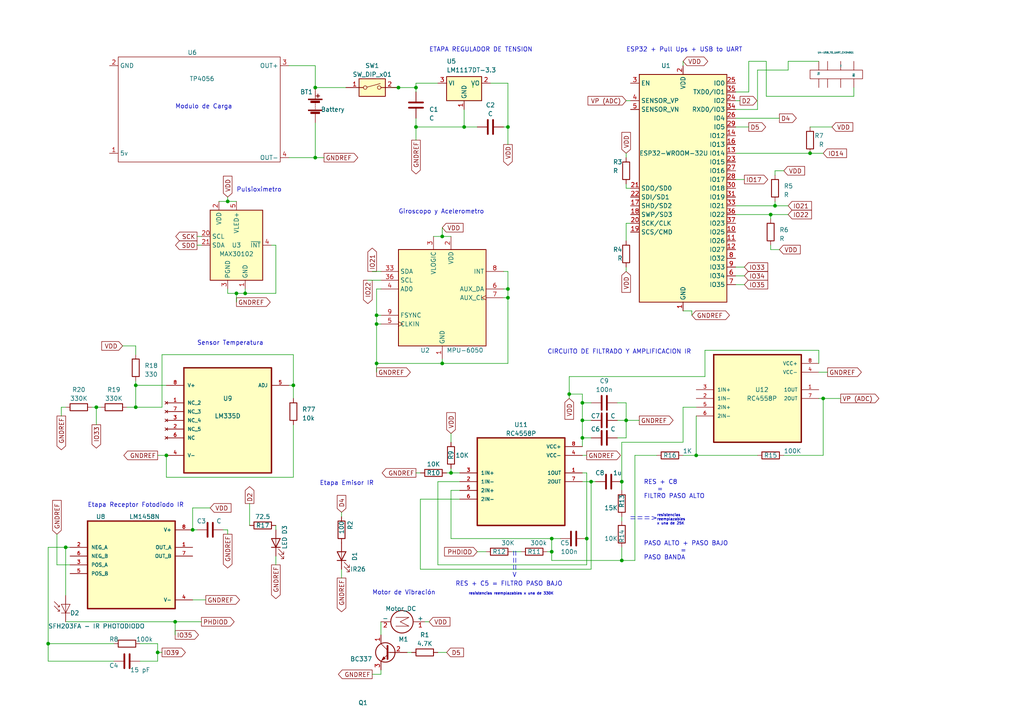
<source format=kicad_sch>
(kicad_sch (version 20230121) (generator eeschema)
  (paper "A4")
  (lib_symbols
    (symbol "Device:Battery" (pin_numbers hide) (pin_names (offset 0) hide)
      (property "Reference" "BT1" (at 0.381 6.35 90))
      (property "Value" "Battery" (at 3.81 3.81 90))
      (symbol "Battery_0_1"
        (rectangle (start -2.032 -1.397) (end 2.032 -1.651) (fill (type outline)))
        (rectangle (start -2.032 1.778) (end 2.032 1.524) (fill (type outline)))
        (rectangle (start -1.3208 -1.9812) (end 1.27 -2.4892) (fill (type outline)))
        (rectangle (start -1.3208 1.1938) (end 1.27 0.6858) (fill (type outline)))
        (polyline (pts (xy 0 -1.524) (xy 0 -1.27)))
        (polyline (pts (xy 0 -1.016) (xy 0 -0.762)))
        (polyline (pts (xy 0 -0.508) (xy 0 -0.254)))
        (polyline (pts (xy 0 0) (xy 0 0.254)))
        (polyline (pts (xy 0 0.508) (xy 0 0.762)))
        (polyline (pts (xy 0 1.778) (xy 0 2.54)))
        (polyline (pts (xy 0.254 2.667) (xy 1.27 2.667)) (stroke (width 0.254)))
        (polyline (pts (xy 0.762 3.175) (xy 0.762 2.159)) (stroke (width 0.254)))
      )
      (symbol "Battery_1_1"
        (pin passive line (at 0 5.08 270) (length 2.54) (name "+") (number "1"))
        (pin passive line (at 0 -5.08 90) (length 2.54) (name "-") (number "2"))
      )
    )
    (symbol "Device:C" (pin_numbers hide) (pin_names (offset 0.254))
      (property "Reference" "C" (at 0.635 2.54 0))
      (property "Value" "C" (at 0.635 -2.54 0))
      (symbol "C_0_1"
        (polyline (pts (xy -2.032 -0.762) (xy 2.032 -0.762)) (stroke (width 0.508)))
        (polyline (pts (xy -2.032 0.762) (xy 2.032 0.762)) (stroke (width 0.508)))
      )
      (symbol "C_1_1"
        (pin passive line (at 0 3.81 270) (length 2.794) (name "~") (number "1"))
        (pin passive line (at 0 -3.81 90) (length 2.794) (name "~") (number "2"))
      )
    )
    (symbol "Device:LED" (pin_numbers hide) (pin_names (offset 1.016) hide)
      (property "Reference" "D" (at 0 2.54 0))
      (property "Value" "LED" (at 0 -2.54 0))
      (symbol "LED_0_1"
        (polyline (pts (xy -1.27 -1.27) (xy -1.27 1.27)) (stroke (width 0.254)))
        (polyline (pts (xy -1.27 0) (xy 1.27 0)))
        (polyline (pts (xy 1.27 -1.27) (xy 1.27 1.27) (xy -1.27 0) (xy 1.27 -1.27)) (stroke (width 0.254)))
        (polyline (pts (xy -3.048 -0.762) (xy -4.572 -2.286) (xy -3.81 -2.286) (xy -4.572 -2.286) (xy -4.572 -1.524)))
        (polyline (pts (xy -1.778 -0.762) (xy -3.302 -2.286) (xy -2.54 -2.286) (xy -3.302 -2.286) (xy -3.302 -1.524)))
      )
      (symbol "LED_1_1"
        (pin passive line (at -3.81 0 0) (length 2.54) (name "K") (number "1"))
        (pin passive line (at 3.81 0 180) (length 2.54) (name "A") (number "2"))
      )
    )
    (symbol "Device:R" (pin_numbers hide) (pin_names (offset 0))
      (property "Reference" "R" (at 2.032 0 90))
      (property "Value" "R" (at 0 0 90))
      (symbol "R_0_1"
        (rectangle (start -1.016 -2.54) (end 1.016 2.54) (stroke (width 0.254)))
      )
      (symbol "R_1_1"
        (pin passive line (at 0 3.81 270) (length 1.27) (name "~") (number "1"))
        (pin passive line (at 0 -3.81 90) (length 1.27) (name "~") (number "2"))
      )
    )
    (symbol "LED:IR26-21C_L110_TR8" (pin_numbers hide) (pin_names (offset 1.016) hide)
      (property "Reference" "D" (at 0 2.54 0))
      (property "Value" "IR26-21C_L110_TR8" (at 0 -3.81 0))
      (symbol "IR26-21C_L110_TR8_0_1"
        (polyline (pts (xy -1.27 -1.27) (xy -1.27 1.27)) (stroke (width 0.254)))
        (polyline (pts (xy -1.27 0) (xy 1.27 0)))
        (polyline (pts (xy 1.27 -1.27) (xy 1.27 1.27) (xy -1.27 0) (xy 1.27 -1.27)) (stroke (width 0.254)))
        (polyline (pts (xy -3.048 -0.762) (xy -4.572 -2.286) (xy -3.81 -2.286) (xy -4.572 -2.286) (xy -4.572 -1.524)))
        (polyline (pts (xy -1.778 -0.762) (xy -3.302 -2.286) (xy -2.54 -2.286) (xy -3.302 -2.286) (xy -3.302 -1.524)))
      )
      (symbol "IR26-21C_L110_TR8_1_1"
        (pin passive line (at -3.81 0 0) (length 2.54) (name "K") (number "1"))
        (pin passive line (at 3.81 0 180) (length 2.54) (name "A") (number "2"))
      )
    )
    (symbol "LM1458:LM1458N" (pin_names (offset 1.016))
      (property "Reference" "U" (at -12.7 13.7 0))
      (property "Value" "LM1458N" (at -12.7 -16.7 0))
      (symbol "LM1458N_0_0"
        (rectangle (start -12.7 -12.7) (end 12.7 12.7) (stroke (width 0.41)) (fill (type background)))
        (pin output line (at 17.78 5.08 180) (length 5.08) (name "OUT_A") (number "1"))
        (pin input line (at -17.78 5.08 0) (length 5.08) (name "NEG_A") (number "2"))
        (pin input line (at -17.78 0 0) (length 5.08) (name "POS_A") (number "3"))
        (pin power_in line (at 17.78 -10.16 180) (length 5.08) (name "V-") (number "4"))
        (pin input line (at -17.78 -2.54 0) (length 5.08) (name "POS_B") (number "5"))
        (pin input line (at -17.78 2.54 0) (length 5.08) (name "NEG_B") (number "6"))
        (pin output line (at 17.78 2.54 180) (length 5.08) (name "OUT_B") (number "7"))
        (pin power_in line (at 17.78 10.16 180) (length 5.08) (name "V+") (number "8"))
      )
    )
    (symbol "LM335:LM335D" (pin_names (offset 1.016))
      (property "Reference" "U" (at -5.107 15.194 0))
      (property "Value" "LM335D" (at -4.9625 -22.3695 0))
      (symbol "LM335D_0_0"
        (rectangle (start -12.7 -17.78) (end 12.7 12.7) (stroke (width 0.4064)) (fill (type background)))
        (pin no_connect line (at -17.78 2.54 0) (length 5.08) (name "NC_2") (number "1"))
        (pin no_connect line (at -17.78 -5.08 0) (length 5.08) (name "NC_5") (number "2"))
        (pin no_connect line (at -17.78 -2.54 0) (length 5.08) (name "NC_4") (number "3"))
        (pin power_in line (at -17.78 -12.7 0) (length 5.08) (name "V-") (number "4"))
        (pin passive line (at 17.78 7.62 180) (length 5.08) (name "ADJ") (number "5"))
        (pin no_connect line (at -17.78 -7.62 0) (length 5.08) (name "NC") (number "6"))
        (pin no_connect line (at -17.78 0 0) (length 5.08) (name "NC_3") (number "7"))
        (pin power_in line (at -17.78 7.62 0) (length 5.08) (name "V+") (number "8"))
      )
    )
    (symbol "Motor:Motor_DC" (pin_names (offset 0))
      (property "Reference" "M" (at 2.54 2.54 0))
      (property "Value" "Motor_DC" (at 2.54 -5.08 0))
      (symbol "Motor_DC_0_0"
        (polyline (pts (xy -1.27 -3.302) (xy -1.27 0.508) (xy 0 -2.032) (xy 1.27 0.508) (xy 1.27 -3.302)))
      )
      (symbol "Motor_DC_0_1"
        (circle (center 0 -1.524) (radius 3.2512) (stroke (width 0.254)))
        (polyline (pts (xy 0 -7.62) (xy 0 -7.112)))
        (polyline (pts (xy 0 -4.7752) (xy 0 -5.1816)))
        (polyline (pts (xy 0 1.7272) (xy 0 2.0828)))
        (polyline (pts (xy 0 2.032) (xy 0 2.54)))
      )
      (symbol "Motor_DC_1_1"
        (pin passive line (at 0 5.08 270) (length 2.54) (name "+") (number "1"))
        (pin passive line (at 0 -7.62 90) (length 2.54) (name "-") (number "2"))
      )
    )
    (symbol "RC4558:RC4558P" (pin_names (offset 1.016))
      (property "Reference" "U" (at -12.7 13.7 0))
      (property "Value" "RC4558P" (at -12.7 -16.7 0))
      (symbol "RC4558P_0_0"
        (rectangle (start -12.7 -12.7) (end 12.7 12.7) (stroke (width 0.41)) (fill (type background)))
        (pin output line (at 17.78 2.54 180) (length 5.08) (name "1OUT") (number "1"))
        (pin input line (at -17.78 0 0) (length 5.08) (name "1IN-") (number "2"))
        (pin input line (at -17.78 2.54 0) (length 5.08) (name "1IN+") (number "3"))
        (pin power_in line (at 17.78 7.62 180) (length 5.08) (name "VCC-") (number "4"))
        (pin input line (at -17.78 -2.54 0) (length 5.08) (name "2IN+") (number "5"))
        (pin input line (at -17.78 -5.08 0) (length 5.08) (name "2IN-") (number "6"))
        (pin output line (at 17.78 0 180) (length 5.08) (name "2OUT") (number "7"))
        (pin power_in line (at 17.78 10.16 180) (length 5.08) (name "VCC+") (number "8"))
      )
    )
    (symbol "RF_Module:ESP32-WROOM-32U"
      (property "Reference" "U" (at -12.7 34.29 0))
      (property "Value" "ESP32-WROOM-32U" (at 1.27 34.29 0))
      (symbol "ESP32-WROOM-32U_0_1"
        (rectangle (start -12.7 33.02) (end 12.7 -33.02) (stroke (width 0.254)) (fill (type background)))
      )
      (symbol "ESP32-WROOM-32U_1_1"
        (pin power_in line (at 0 -35.56 90) (length 2.54) (name "GND") (number "1"))
        (pin bidirectional line (at 15.24 -12.7 180) (length 2.54) (name "IO25") (number "10"))
        (pin bidirectional line (at 15.24 -15.24 180) (length 2.54) (name "IO26") (number "11"))
        (pin bidirectional line (at 15.24 -17.78 180) (length 2.54) (name "IO27") (number "12"))
        (pin bidirectional line (at 15.24 10.16 180) (length 2.54) (name "IO14") (number "13"))
        (pin bidirectional line (at 15.24 15.24 180) (length 2.54) (name "IO12") (number "14"))
        (pin passive line (at 0 -35.56 90) (length 2.54) hide (name "GND") (number "15"))
        (pin bidirectional line (at 15.24 12.7 180) (length 2.54) (name "IO13") (number "16"))
        (pin bidirectional line (at -15.24 -5.08 0) (length 2.54) (name "SHD/SD2") (number "17"))
        (pin bidirectional line (at -15.24 -7.62 0) (length 2.54) (name "SWP/SD3") (number "18"))
        (pin bidirectional line (at -15.24 -12.7 0) (length 2.54) (name "SCS/CMD") (number "19"))
        (pin power_in line (at 0 35.56 270) (length 2.54) (name "VDD") (number "2"))
        (pin bidirectional line (at -15.24 -10.16 0) (length 2.54) (name "SCK/CLK") (number "20"))
        (pin bidirectional line (at -15.24 0 0) (length 2.54) (name "SDO/SD0") (number "21"))
        (pin bidirectional line (at -15.24 -2.54 0) (length 2.54) (name "SDI/SD1") (number "22"))
        (pin bidirectional line (at 15.24 7.62 180) (length 2.54) (name "IO15") (number "23"))
        (pin bidirectional line (at 15.24 25.4 180) (length 2.54) (name "IO2") (number "24"))
        (pin bidirectional line (at 15.24 30.48 180) (length 2.54) (name "IO0") (number "25"))
        (pin bidirectional line (at 15.24 20.32 180) (length 2.54) (name "IO4") (number "26"))
        (pin bidirectional line (at 15.24 5.08 180) (length 2.54) (name "IO16") (number "27"))
        (pin bidirectional line (at 15.24 2.54 180) (length 2.54) (name "IO17") (number "28"))
        (pin bidirectional line (at 15.24 17.78 180) (length 2.54) (name "IO5") (number "29"))
        (pin input line (at -15.24 30.48 0) (length 2.54) (name "EN") (number "3"))
        (pin bidirectional line (at 15.24 0 180) (length 2.54) (name "IO18") (number "30"))
        (pin bidirectional line (at 15.24 -2.54 180) (length 2.54) (name "IO19") (number "31"))
        (pin no_connect line (at -12.7 -27.94 0) (length 2.54) hide (name "NC") (number "32"))
        (pin bidirectional line (at 15.24 -5.08 180) (length 2.54) (name "IO21") (number "33"))
        (pin bidirectional line (at 15.24 22.86 180) (length 2.54) (name "RXD0/IO3") (number "34"))
        (pin bidirectional line (at 15.24 27.94 180) (length 2.54) (name "TXD0/IO1") (number "35"))
        (pin bidirectional line (at 15.24 -7.62 180) (length 2.54) (name "IO22") (number "36"))
        (pin bidirectional line (at 15.24 -10.16 180) (length 2.54) (name "IO23") (number "37"))
        (pin passive line (at 0 -35.56 90) (length 2.54) hide (name "GND") (number "38"))
        (pin passive line (at 0 -35.56 90) (length 2.54) hide (name "GND") (number "39"))
        (pin input line (at -15.24 25.4 0) (length 2.54) (name "SENSOR_VP") (number "4"))
        (pin input line (at -15.24 22.86 0) (length 2.54) (name "SENSOR_VN") (number "5"))
        (pin input line (at 15.24 -25.4 180) (length 2.54) (name "IO34") (number "6"))
        (pin input line (at 15.24 -27.94 180) (length 2.54) (name "IO35") (number "7"))
        (pin bidirectional line (at 15.24 -20.32 180) (length 2.54) (name "IO32") (number "8"))
        (pin bidirectional line (at 15.24 -22.86 180) (length 2.54) (name "IO33") (number "9"))
      )
    )
    (symbol "Regulator_Linear:LM1117DT-3.3"
      (property "Reference" "U" (at -3.81 3.175 0))
      (property "Value" "LM1117DT-3.3" (at 0 3.175 0))
      (symbol "LM1117DT-3.3_0_1"
        (rectangle (start -5.08 -5.08) (end 5.08 1.905) (stroke (width 0.254)) (fill (type background)))
      )
      (symbol "LM1117DT-3.3_1_1"
        (pin power_in line (at 0 -7.62 90) (length 2.54) (name "GND") (number "1"))
        (pin power_out line (at 7.62 0 180) (length 2.54) (name "VO") (number "2"))
        (pin power_in line (at -7.62 0 0) (length 2.54) (name "VI") (number "3"))
      )
    )
    (symbol "Sensor:MAX30102"
      (property "Reference" "U3" (at 0 0 0))
      (property "Value" "MAX30102" (at 0 -2.54 0))
      (symbol "MAX30102_0_1"
        (rectangle (start -7.62 10.16) (end 7.62 -10.16) (stroke (width 0.254)) (fill (type background)))
      )
      (symbol "MAX30102_1_1"
        (pin power_in line (at 2.54 -12.7 90) (length 2.54) (name "GND") (number "1"))
        (pin power_in line (at -5.08 12.7 270) (length 2.54) (name "VDD") (number "2"))
        (pin input line (at -10.16 2.54 0) (length 2.54) (name "SCL") (number "20"))
        (pin bidirectional line (at -10.16 0 0) (length 2.54) (name "SDA") (number "21"))
        (pin power_in line (at -2.54 -12.7 90) (length 2.54) (name "PGND") (number "3"))
        (pin output line (at 10.16 0 180) (length 2.54) (name "~{INT}") (number "4"))
        (pin power_in line (at 0 12.7 270) (length 2.54) (name "VLED+") (number "5"))
      )
    )
    (symbol "Sensor_Motion:MPU-6050"
      (property "Reference" "U2" (at 1.9559 -16.51 0))
      (property "Value" "MPU-6050" (at 1.9559 -19.05 0))
      (symbol "MPU-6050_0_0"
        (text "" (at 12.7 -2.54 0) (effects (font (size 1.27 1.27))))
      )
      (symbol "MPU-6050_0_1"
        (rectangle (start -12.7 13.97) (end 12.7 -13.97) (stroke (width 0.254)) (fill (type background)))
      )
      (symbol "MPU-6050_1_1"
        (pin power_in line (at 0 -17.78 90) (length 3.81) (name "GND") (number "1"))
        (pin power_in line (at 2.54 17.78 270) (length 3.81) (name "VDD") (number "2"))
        (pin power_in line (at -2.54 17.78 270) (length 3.81) (name "VLOGIC") (number "3"))
        (pin bidirectional line (at -17.78 7.62 0) (length 5.08) (name "SDA") (number "33"))
        (pin input line (at -17.78 5.08 0) (length 5.08) (name "SCL") (number "36"))
        (pin input line (at -17.78 2.54 0) (length 5.08) (name "AD0") (number "4"))
        (pin input clock (at -17.78 -7.62 0) (length 5.08) (name "CLKIN") (number "5"))
        (pin bidirectional line (at 17.78 2.54 180) (length 5.08) (name "AUX_DA") (number "6"))
        (pin output clock (at 17.78 0 180) (length 5.08) (name "AUX_CL") (number "7"))
        (pin output line (at 17.78 7.62 180) (length 5.08) (name "INT") (number "8"))
        (pin input line (at -17.78 -5.08 0) (length 5.08) (name "FSYNC") (number "9"))
      )
    )
    (symbol "Sensor_Optical:SFH203FA" (pin_numbers hide) (pin_names hide)
      (property "Reference" "D" (at 0.508 1.778 0))
      (property "Value" "SFH203FA" (at -1.016 -2.794 0))
      (symbol "SFH203FA_0_1"
        (polyline (pts (xy -2.54 0) (xy 0 0)))
        (polyline (pts (xy -2.54 1.27) (xy -2.54 -1.27)) (stroke (width 0.1524)))
        (polyline (pts (xy -2.032 1.778) (xy -1.524 1.778)))
        (polyline (pts (xy 0 -1.27) (xy 0 1.27)))
        (polyline (pts (xy -0.508 3.302) (xy -2.032 1.778) (xy -2.032 2.286)))
        (polyline (pts (xy 0 1.27) (xy -2.54 0) (xy 0 -1.27)))
        (polyline (pts (xy 0.762 3.302) (xy -0.762 1.778) (xy -0.762 2.286) (xy -0.762 1.778) (xy -0.254 1.778)))
      )
      (symbol "SFH203FA_1_1"
        (pin passive line (at -5.08 0 0) (length 2.54) (name "K") (number "1"))
        (pin passive line (at 2.54 0 180) (length 2.54) (name "A") (number "2"))
      )
    )
    (symbol "Switch:SW_DIP_x01" (pin_names (offset 0) hide)
      (property "Reference" "SW" (at 0 3.81 0))
      (property "Value" "SW_DIP_x01" (at 0 -3.81 0))
      (symbol "SW_DIP_x01_0_0"
        (circle (center -2.032 0) (radius 0.508))
        (polyline (pts (xy -1.524 0.127) (xy 2.3622 1.1684)))
        (circle (center 2.032 0) (radius 0.508))
      )
      (symbol "SW_DIP_x01_0_1"
        (rectangle (start -3.81 2.54) (end 3.81 -2.54) (stroke (width 0.254)) (fill (type background)))
      )
      (symbol "SW_DIP_x01_1_1"
        (pin passive line (at -7.62 0 0) (length 5.08) (name "~") (number "1"))
        (pin passive line (at 7.62 0 180) (length 5.08) (name "~") (number "2"))
      )
    )
    (symbol "TP4056:TP4056"
      (property "Reference" "U6" (at 16.51 1.27 0))
      (property "Value" "TP4056" (at 16.51 -1.27 0))
      (symbol "TP4056_0_1"
        (polyline (pts (xy -13.97 24.13) (xy 15.24 24.13) (xy 15.24 -22.86) (xy -15.24 -22.86) (xy -15.24 24.13) (xy -13.97 24.13)))
      )
      (symbol "TP4056_1_1"
        (pin input line (at -12.7 26.67 270) (length 2.54) (name "5v") (number "1"))
        (pin input line (at 12.7 26.67 270) (length 2.54) (name "GND") (number "2"))
        (pin output line (at 12.7 -25.4 90) (length 2.54) (name "OUT+") (number "3"))
        (pin output line (at -13.97 -25.4 90) (length 2.54) (name "OUT-") (number "4"))
      )
    )
    (symbol "Transistor_BJT:BC337" (pin_names (offset 0) hide)
      (property "Reference" "Q" (at 5.08 1.905 0))
      (property "Value" "BC337" (at 5.08 0 0))
      (symbol "BC337_0_1"
        (polyline (pts (xy 0 0) (xy 0.635 0)))
        (polyline (pts (xy 0.635 0.635) (xy 2.54 2.54)))
        (polyline (pts (xy 0.635 -0.635) (xy 2.54 -2.54) (xy 2.54 -2.54)))
        (polyline (pts (xy 0.635 1.905) (xy 0.635 -1.905) (xy 0.635 -1.905)) (stroke (width 0.508)))
        (polyline (pts (xy 1.27 -1.778) (xy 1.778 -1.27) (xy 2.286 -2.286) (xy 1.27 -1.778) (xy 1.27 -1.778)) (fill (type outline)))
        (circle (center 1.27 0) (radius 2.8194) (stroke (width 0.254)))
      )
      (symbol "BC337_1_1"
        (pin passive line (at 2.54 5.08 270) (length 2.54) (name "C") (number "1"))
        (pin input line (at -5.08 0 0) (length 5.08) (name "B") (number "2"))
        (pin passive line (at 2.54 -5.08 90) (length 2.54) (name "E") (number "3"))
      )
    )
    (symbol "USB_TO_UART_CH340G:CH340G"
      (property "Reference" "U" (at 0 -1.27 0))
      (symbol "CH340G_0_1"
        (rectangle (start -7.62 0) (end 7.62 -2.54))
      )
      (symbol "CH340G_1_1"
        (pin output line (at -5.08 -5.08 90) (length 2.54) (name "") (number ""))
        (pin output line (at -2.54 -5.08 90) (length 2.54) (name "") (number ""))
        (pin output line (at -2.54 2.54 270) (length 2.54) (name "") (number ""))
        (pin output line (at 1.27 -5.08 90) (length 2.54) (name "") (number ""))
        (pin output line (at 1.27 2.54 270) (length 2.54) (name "") (number ""))
        (pin output line (at 5.08 2.54 270) (length 2.54) (name "") (number ""))
        (pin output line (at 5.08 -5.08 90) (length 2.54) (name "RX") (number ""))
        (pin output line (at -5.08 2.54 270) (length 2.54) (name "TX") (number ""))
      )
    )
  )
  (junction (at 109.22 105.41))
  (junction (at 168.91 116.84))
  (junction (at 120.65 25.4))
  (junction (at 165.1 114.3))
  (junction (at 19.05 158.75))
  (junction (at 128.27 68.58))
  (junction (at 181.61 121.92))
  (junction (at 160.02 156.21))
  (junction (at 234.95 44.45))
  (junction (at 130.81 137.16))
  (junction (at 27.94 118.11))
  (junction (at 109.22 91.44))
  (junction (at 71.12 85.09))
  (junction (at 128.27 105.41))
  (junction (at 48.26 132.08))
  (junction (at 68.58 85.09))
  (junction (at 171.45 139.7))
  (junction (at 66.04 58.42))
  (junction (at 180.34 162.56))
  (junction (at 168.91 121.92))
  (junction (at 109.22 93.98))
  (junction (at 201.93 132.08))
  (junction (at 13.97 186.69))
  (junction (at 224.79 59.69))
  (junction (at 168.91 127))
  (junction (at 85.09 111.76))
  (junction (at 115.57 25.4))
  (junction (at 55.88 153.67))
  (junction (at 39.37 111.76))
  (junction (at 160.02 160.02))
  (junction (at 39.37 118.11))
  (junction (at 45.72 189.23))
  (junction (at 50.8 180.34))
  (junction (at 180.34 139.7))
  (junction (at 170.18 156.21))
  (junction (at 147.32 36.83))
  (junction (at 238.76 115.57))
  (junction (at 147.32 86.36))
  (junction (at 147.32 83.82))
  (junction (at 223.52 62.23))
  (junction (at 134.62 36.83))
  (junction (at 91.44 45.72))
  (junction (at 91.44 25.4))
  (junction (at 120.65 36.83))
  (wire (pts (xy 170.18 163.83) (xy 170.18 156.21)))
  (wire (pts (xy 146.05 83.82) (xy 147.32 83.82)))
  (wire (pts (xy 224.79 59.69) (xy 228.6 59.69)))
  (wire (pts (xy 27.94 123.19) (xy 27.94 118.11)))
  (wire (pts (xy 130.81 137.16) (xy 130.81 135.89)))
  (wire (pts (xy 40.64 186.69) (xy 45.72 186.69)))
  (wire (pts (xy 123.19 180.34) (xy 124.46 180.34)))
  (wire (pts (xy 146.05 78.74) (xy 147.32 78.74)))
  (wire (pts (xy 109.22 83.82) (xy 109.22 91.44)))
  (wire (pts (xy 237.49 107.95) (xy 240.03 107.95)))
  (wire (pts (xy 158.75 160.02) (xy 160.02 160.02)))
  (wire (pts (xy 91.44 19.05) (xy 91.44 25.4)))
  (wire (pts (xy 127 139.7) (xy 127 163.83)))
  (wire (pts (xy 13.97 158.75) (xy 19.05 158.75)))
  (wire (pts (xy 160.02 156.21) (xy 160.02 160.02)))
  (wire (pts (xy 184.15 132.08) (xy 184.15 162.56)))
  (wire (pts (xy 33.02 186.69) (xy 13.97 186.69)))
  (wire (pts (xy 120.65 36.83) (xy 120.65 40.64)))
  (wire (pts (xy 213.36 26.67) (xy 217.17 26.67)))
  (wire (pts (xy 147.32 83.82) (xy 147.32 86.36)))
  (wire (pts (xy 45.72 189.23) (xy 45.72 186.69)))
  (wire (pts (xy 64.77 153.67) (xy 66.04 153.67)))
  (wire (pts (xy 179.07 116.84) (xy 181.61 116.84)))
  (wire (pts (xy 27.94 118.11) (xy 29.21 118.11)))
  (wire (pts (xy 130.81 125.73) (xy 130.81 128.27)))
  (wire (pts (xy 55.88 153.67) (xy 57.15 153.67)))
  (wire (pts (xy 181.61 121.92) (xy 181.61 127)))
  (wire (pts (xy 133.35 139.7) (xy 127 139.7)))
  (wire (pts (xy 138.43 160.02) (xy 140.97 160.02)))
  (wire (pts (xy 91.44 45.72) (xy 91.44 35.56)))
  (wire (pts (xy 46.99 102.87) (xy 46.99 118.11)))
  (wire (pts (xy 204.47 101.6) (xy 204.47 109.22)))
  (wire (pts (xy 109.22 105.41) (xy 128.27 105.41)))
  (wire (pts (xy 181.61 29.21) (xy 182.88 29.21)))
  (wire (pts (xy 130.81 142.24) (xy 130.81 156.21)))
  (wire (pts (xy 63.5 58.42) (xy 66.04 58.42)))
  (wire (pts (xy 118.11 189.23) (xy 119.38 189.23)))
  (wire (pts (xy 40.64 191.77) (xy 45.72 191.77)))
  (wire (pts (xy 120.65 34.29) (xy 120.65 36.83)))
  (wire (pts (xy 198.12 118.11) (xy 198.12 128.27)))
  (wire (pts (xy 180.34 149.86) (xy 180.34 151.13)))
  (wire (pts (xy 147.32 24.13) (xy 147.32 36.83)))
  (wire (pts (xy 213.36 59.69) (xy 224.79 59.69)))
  (wire (pts (xy 247.65 27.94) (xy 247.65 25.4)))
  (wire (pts (xy 201.93 118.11) (xy 198.12 118.11)))
  (wire (pts (xy 165.1 115.57) (xy 165.1 114.3)))
  (wire (pts (xy 85.09 111.76) (xy 85.09 102.87)))
  (wire (pts (xy 168.91 132.08) (xy 170.18 132.08)))
  (wire (pts (xy 133.35 144.78) (xy 121.92 144.78)))
  (wire (pts (xy 17.78 120.65) (xy 17.78 118.11)))
  (wire (pts (xy 115.57 25.4) (xy 120.65 25.4)))
  (wire (pts (xy 68.58 85.09) (xy 68.58 87.63)))
  (wire (pts (xy 130.81 156.21) (xy 160.02 156.21)))
  (wire (pts (xy 238.76 115.57) (xy 238.76 132.08)))
  (wire (pts (xy 217.17 17.78) (xy 222.25 17.78)))
  (wire (pts (xy 147.32 78.74) (xy 147.32 83.82)))
  (wire (pts (xy 39.37 100.33) (xy 35.56 100.33)))
  (wire (pts (xy 45.72 191.77) (xy 45.72 189.23)))
  (wire (pts (xy 121.92 165.1) (xy 171.45 165.1)))
  (wire (pts (xy 128.27 105.41) (xy 147.32 105.41)))
  (wire (pts (xy 147.32 36.83) (xy 147.32 41.91)))
  (wire (pts (xy 165.1 109.22) (xy 165.1 114.3)))
  (wire (pts (xy 107.95 195.58) (xy 110.49 195.58)))
  (wire (pts (xy 228.6 17.78) (xy 228.6 20.32)))
  (wire (pts (xy 19.05 158.75) (xy 19.05 172.72)))
  (wire (pts (xy 93.98 45.72) (xy 91.44 45.72)))
  (wire (pts (xy 223.52 62.23) (xy 228.6 62.23)))
  (wire (pts (xy 80.01 85.09) (xy 71.12 85.09)))
  (wire (pts (xy 39.37 118.11) (xy 39.37 111.76)))
  (wire (pts (xy 57.15 68.58) (xy 58.42 68.58)))
  (wire (pts (xy 200.66 90.17) (xy 198.12 90.17)))
  (wire (pts (xy 180.34 162.56) (xy 160.02 162.56)))
  (wire (pts (xy 213.36 62.23) (xy 223.52 62.23)))
  (wire (pts (xy 91.44 25.4) (xy 100.33 25.4)))
  (wire (pts (xy 168.91 116.84) (xy 171.45 116.84)))
  (wire (pts (xy 234.95 44.45) (xy 238.76 44.45)))
  (wire (pts (xy 66.04 85.09) (xy 68.58 85.09)))
  (wire (pts (xy 109.22 93.98) (xy 109.22 105.41)))
  (wire (pts (xy 198.12 132.08) (xy 201.93 132.08)))
  (wire (pts (xy 171.45 165.1) (xy 171.45 139.7)))
  (wire (pts (xy 45.72 132.08) (xy 48.26 132.08)))
  (wire (pts (xy 39.37 100.33) (xy 39.37 102.87)))
  (wire (pts (xy 237.49 17.78) (xy 228.6 17.78)))
  (wire (pts (xy 99.06 148.59) (xy 99.06 149.86)))
  (wire (pts (xy 127 24.13) (xy 120.65 24.13)))
  (wire (pts (xy 224.79 58.42) (xy 224.79 59.69)))
  (wire (pts (xy 201.93 132.08) (xy 219.71 132.08)))
  (wire (pts (xy 80.01 71.12) (xy 80.01 85.09)))
  (wire (pts (xy 181.61 64.77) (xy 182.88 64.77)))
  (wire (pts (xy 128.27 66.04) (xy 128.27 68.58)))
  (wire (pts (xy 13.97 186.69) (xy 13.97 158.75)))
  (wire (pts (xy 130.81 68.58) (xy 128.27 68.58)))
  (wire (pts (xy 198.12 17.78) (xy 198.12 19.05)))
  (wire (pts (xy 213.36 77.47) (xy 215.9 77.47)))
  (wire (pts (xy 27.94 118.11) (xy 26.67 118.11)))
  (wire (pts (xy 213.36 31.75) (xy 219.71 31.75)))
  (wire (pts (xy 204.47 101.6) (xy 237.49 101.6)))
  (wire (pts (xy 179.07 121.92) (xy 181.61 121.92)))
  (wire (pts (xy 17.78 118.11) (xy 19.05 118.11)))
  (wire (pts (xy 147.32 86.36) (xy 147.32 105.41)))
  (wire (pts (xy 55.88 147.32) (xy 60.96 147.32)))
  (wire (pts (xy 180.34 139.7) (xy 180.34 142.24)))
  (wire (pts (xy 85.09 111.76) (xy 85.09 115.57)))
  (wire (pts (xy 222.25 27.94) (xy 222.25 17.78)))
  (wire (pts (xy 55.88 173.99) (xy 59.69 173.99)))
  (wire (pts (xy 33.02 191.77) (xy 13.97 191.77)))
  (wire (pts (xy 234.95 36.83) (xy 241.3 36.83)))
  (wire (pts (xy 181.61 121.92) (xy 185.42 121.92)))
  (wire (pts (xy 134.62 36.83) (xy 138.43 36.83)))
  (wire (pts (xy 55.88 147.32) (xy 55.88 153.67)))
  (wire (pts (xy 83.82 111.76) (xy 85.09 111.76)))
  (wire (pts (xy 180.34 158.75) (xy 180.34 162.56)))
  (wire (pts (xy 168.91 121.92) (xy 168.91 127)))
  (wire (pts (xy 85.09 138.43) (xy 48.26 138.43)))
  (wire (pts (xy 181.61 54.61) (xy 182.88 54.61)))
  (wire (pts (xy 168.91 114.3) (xy 168.91 116.84)))
  (wire (pts (xy 213.36 44.45) (xy 234.95 44.45)))
  (wire (pts (xy 113.03 25.4) (xy 115.57 25.4)))
  (wire (pts (xy 146.05 36.83) (xy 147.32 36.83)))
  (wire (pts (xy 170.18 137.16) (xy 170.18 156.21)))
  (wire (pts (xy 134.62 31.75) (xy 134.62 36.83)))
  (wire (pts (xy 142.24 24.13) (xy 147.32 24.13)))
  (wire (pts (xy 224.79 49.53) (xy 224.79 50.8)))
  (wire (pts (xy 133.35 137.16) (xy 130.81 137.16)))
  (wire (pts (xy 99.06 165.1) (xy 99.06 167.64)))
  (wire (pts (xy 133.35 142.24) (xy 130.81 142.24)))
  (wire (pts (xy 237.49 115.57) (xy 238.76 115.57)))
  (wire (pts (xy 219.71 20.32) (xy 228.6 20.32)))
  (wire (pts (xy 80.01 152.4) (xy 80.01 153.67)))
  (wire (pts (xy 66.04 153.67) (xy 66.04 154.94)))
  (wire (pts (xy 19.05 180.34) (xy 50.8 180.34)))
  (wire (pts (xy 213.36 36.83) (xy 217.17 36.83)))
  (wire (pts (xy 213.36 80.01) (xy 215.9 80.01)))
  (wire (pts (xy 16.51 163.83) (xy 16.51 154.94)))
  (wire (pts (xy 165.1 114.3) (xy 168.91 114.3)))
  (wire (pts (xy 171.45 139.7) (xy 172.72 139.7)))
  (wire (pts (xy 39.37 111.76) (xy 48.26 111.76)))
  (wire (pts (xy 80.01 71.12) (xy 78.74 71.12)))
  (wire (pts (xy 160.02 162.56) (xy 160.02 160.02)))
  (wire (pts (xy 213.36 34.29) (xy 226.06 34.29)))
  (wire (pts (xy 129.54 137.16) (xy 130.81 137.16)))
  (wire (pts (xy 223.52 72.39) (xy 226.06 72.39)))
  (wire (pts (xy 181.61 77.47) (xy 181.61 78.74)))
  (wire (pts (xy 181.61 116.84) (xy 181.61 121.92)))
  (wire (pts (xy 83.82 19.05) (xy 91.44 19.05)))
  (wire (pts (xy 168.91 137.16) (xy 170.18 137.16)))
  (wire (pts (xy 190.5 132.08) (xy 184.15 132.08)))
  (wire (pts (xy 39.37 111.76) (xy 39.37 110.49)))
  (wire (pts (xy 168.91 127) (xy 171.45 127)))
  (wire (pts (xy 13.97 186.69) (xy 13.97 191.77)))
  (wire (pts (xy 110.49 93.98) (xy 109.22 93.98)))
  (wire (pts (xy 85.09 102.87) (xy 46.99 102.87)))
  (wire (pts (xy 217.17 26.67) (xy 217.17 17.78)))
  (wire (pts (xy 109.22 105.41) (xy 109.22 107.95)))
  (wire (pts (xy 171.45 139.7) (xy 168.91 139.7)))
  (wire (pts (xy 20.32 163.83) (xy 16.51 163.83)))
  (wire (pts (xy 110.49 91.44) (xy 109.22 91.44)))
  (wire (pts (xy 80.01 163.83) (xy 80.01 161.29)))
  (wire (pts (xy 179.07 127) (xy 181.61 127)))
  (wire (pts (xy 50.8 180.34) (xy 50.8 184.15)))
  (wire (pts (xy 110.49 194.31) (xy 110.49 195.58)))
  (wire (pts (xy 66.04 83.82) (xy 66.04 85.09)))
  (wire (pts (xy 184.15 162.56) (xy 180.34 162.56)))
  (wire (pts (xy 120.65 24.13) (xy 120.65 25.4)))
  (wire (pts (xy 110.49 83.82) (xy 109.22 83.82)))
  (wire (pts (xy 201.93 120.65) (xy 201.93 132.08)))
  (wire (pts (xy 181.61 44.45) (xy 181.61 45.72)))
  (wire (pts (xy 181.61 53.34) (xy 181.61 54.61)))
  (wire (pts (xy 121.92 144.78) (xy 121.92 165.1)))
  (wire (pts (xy 227.33 132.08) (xy 238.76 132.08)))
  (wire (pts (xy 237.49 101.6) (xy 237.49 105.41)))
  (wire (pts (xy 19.05 158.75) (xy 20.32 158.75)))
  (wire (pts (xy 71.12 83.82) (xy 71.12 85.09)))
  (wire (pts (xy 238.76 115.57) (xy 243.84 115.57)))
  (wire (pts (xy 45.72 189.23) (xy 46.99 189.23)))
  (wire (pts (xy 224.79 49.53) (xy 227.33 49.53)))
  (wire (pts (xy 198.12 128.27) (xy 180.34 128.27)))
  (wire (pts (xy 222.25 27.94) (xy 247.65 27.94)))
  (wire (pts (xy 213.36 52.07) (xy 215.9 52.07)))
  (wire (pts (xy 180.34 128.27) (xy 180.34 139.7)))
  (wire (pts (xy 120.65 137.16) (xy 121.92 137.16)))
  (wire (pts (xy 148.59 160.02) (xy 151.13 160.02)))
  (wire (pts (xy 57.15 71.12) (xy 58.42 71.12)))
  (wire (pts (xy 168.91 116.84) (xy 168.91 121.92)))
  (wire (pts (xy 50.8 180.34) (xy 58.42 180.34)))
  (wire (pts (xy 46.99 118.11) (xy 39.37 118.11)))
  (wire (pts (xy 204.47 109.22) (xy 165.1 109.22)))
  (wire (pts (xy 127 189.23) (xy 129.54 189.23)))
  (wire (pts (xy 137.16 25.4) (xy 137.16 24.13)))
  (wire (pts (xy 213.36 29.21) (xy 214.63 29.21)))
  (wire (pts (xy 219.71 31.75) (xy 219.71 20.32)))
  (wire (pts (xy 66.04 58.42) (xy 68.58 58.42)))
  (wire (pts (xy 120.65 25.4) (xy 120.65 26.67)))
  (wire (pts (xy 85.09 123.19) (xy 85.09 138.43)))
  (wire (pts (xy 120.65 36.83) (xy 134.62 36.83)))
  (wire (pts (xy 146.05 86.36) (xy 147.32 86.36)))
  (wire (pts (xy 181.61 64.77) (xy 181.61 69.85)))
  (wire (pts (xy 71.12 85.09) (xy 68.58 85.09)))
  (wire (pts (xy 160.02 156.21) (xy 162.56 156.21)))
  (wire (pts (xy 72.39 146.05) (xy 72.39 152.4)))
  (wire (pts (xy 107.95 78.74) (xy 110.49 78.74)))
  (wire (pts (xy 223.52 71.12) (xy 223.52 72.39)))
  (wire (pts (xy 168.91 127) (xy 168.91 129.54)))
  (wire (pts (xy 109.22 91.44) (xy 109.22 93.98)))
  (wire (pts (xy 168.91 121.92) (xy 171.45 121.92)))
  (wire (pts (xy 128.27 104.14) (xy 128.27 105.41)))
  (wire (pts (xy 91.44 45.72) (xy 83.82 45.72)))
  (wire (pts (xy 106.68 81.28) (xy 110.49 81.28)))
  (wire (pts (xy 127 163.83) (xy 170.18 163.83)))
  (wire (pts (xy 66.04 58.42) (xy 66.04 57.15)))
  (wire (pts (xy 36.83 118.11) (xy 39.37 118.11)))
  (wire (pts (xy 110.49 180.34) (xy 110.49 184.15)))
  (wire (pts (xy 213.36 82.55) (xy 215.9 82.55)))
  (wire (pts (xy 125.73 68.58) (xy 128.27 68.58)))
  (wire (pts (xy 48.26 138.43) (xy 48.26 132.08)))
  (wire (pts (xy 223.52 63.5) (xy 223.52 62.23)))
  (wire (pts (xy 200.66 90.17) (xy 200.66 91.44)))
  (text "ETAPA REGULADOR DE TENSION" (at 124.46 15.24 0) (effects (font (size 1.27 1.27)) (justify left bottom)))
  (text "II\nII\nII\nV" (at 148.59 167.64 0) (effects (font (size 1.27 1.27)) (justify left bottom)))
  (text "Pulsioximetro" (at 68.58 55.88 0) (effects (font (size 1.27 1.27)) (justify left bottom)))
  (text "Etapa Receptor Fotodiodo IR" (at 25.4 147.32 0) (effects (font (size 1.27 1.27)) (justify left bottom)))
  (text "Motor de Vibración" (at 107.95 172.72 0) (effects (font (size 1.27 1.27)) (justify left bottom)))
  (text "Modulo de Carga" (at 50.8 31.75 0) (effects (font (size 1.27 1.27)) (justify left bottom)))
  (text "II\nII\nII\nV" (at 190.5 151.13 90) (effects (font (size 1.27 1.27)) (justify left bottom)))
  (text "PASO ALTO + PASO BAJO\n           = \nPASO BANDA" (at 186.69 162.56 0) (effects (font (size 1.27 1.27)) (justify left bottom)))
  (text "RES + C8 \n    = \nFILTRO PASO ALTO" (at 186.69 144.78 0) (effects (font (size 1.27 1.27)) (justify left bottom)))
  (text "Giroscopo y Acelerometro" (at 115.57 62.23 0) (effects (font (size 1.27 1.27)) (justify left bottom)))
  (text "ESP32 + Pull Ups + USB to UART" (at 181.61 15.24 0) (effects (font (size 1.27 1.27)) (justify left bottom)))
  (text "Etapa Emisor IR" (at 92.71 140.97 0) (effects (font (size 1.27 1.27)) (justify left bottom)))
  (text "resistencias reemplazables x una de 330K" (at 135.89 172.72 0) (effects (font (size 0.75 0.75)) (justify left bottom)))
  (text "resistencias \nreemplazables \nx una de 25K" (at 190.5 152.4 0) (effects (font (size 0.75 0.75)) (justify left bottom)))
  (text "RES + C5 = FILTRO PASO BAJO" (at 132.08 170.18 0) (effects (font (size 1.27 1.27)) (justify left bottom)))
  (text "CIRCUITO DE FILTRADO Y AMPLIFICACION IR" (at 158.75 102.87 0) (effects (font (size 1.27 1.27)) (justify left bottom)))
  (text "Sensor Temperatura" (at 57.15 100.33 0) (effects (font (size 1.27 1.27)) (justify left bottom)))
  (global_label "IO22" (shape input) (at 228.6 62.23 0) (property "Intersheetrefs" "${INTERSHEET_REFS}" (effects hide)))
  (global_label "IO35" (shape input) (at 215.9 82.55 0) (property "Intersheetrefs" "${INTERSHEET_REFS}" (effects hide)))
  (global_label "IO35" (shape output) (at 50.8 184.15 0) (property "Intersheetrefs" "${INTERSHEET_REFS}" (effects hide)))
  (global_label "VP (ADC)" (shape input) (at 181.61 29.21 180) (property "Intersheetrefs" "${INTERSHEET_REFS}" (effects hide)))
  (global_label "GNDREF" (shape output) (at 45.72 132.08 180) (property "Intersheetrefs" "${INTERSHEET_REFS}" (effects hide)))
  (global_label "D5" (shape input) (at 129.54 189.23 0) (property "Intersheetrefs" "${INTERSHEET_REFS}" (effects hide)))
  (global_label "VDD" (shape input) (at 165.1 115.57 270) (property "Intersheetrefs" "${INTERSHEET_REFS}" (effects hide)))
  (global_label "SCK" (shape output) (at 57.15 68.58 180) (property "Intersheetrefs" "${INTERSHEET_REFS}" (effects hide)))
  (global_label "VDD" (shape input) (at 128.27 66.04 0) (property "Intersheetrefs" "${INTERSHEET_REFS}" (effects hide)))
  (global_label "PHDIOD" (shape input) (at 138.43 160.02 180) (property "Intersheetrefs" "${INTERSHEET_REFS}" (effects hide)))
  (global_label "GNDREF" (shape output) (at 170.18 132.08 0) (property "Intersheetrefs" "${INTERSHEET_REFS}" (effects hide)))
  (global_label "GNDREF" (shape output) (at 240.03 107.95 0) (property "Intersheetrefs" "${INTERSHEET_REFS}" (effects hide)))
  (global_label "VDD" (shape bidirectional) (at 198.12 17.78 0) (property "Intersheetrefs" "${INTERSHEET_REFS}" (effects hide)))
  (global_label "VP (ADC)" (shape output) (at 243.84 115.57 0) (property "Intersheetrefs" "${INTERSHEET_REFS}" (effects hide)))
  (global_label "GNDREF" (shape output) (at 68.58 87.63 0) (property "Intersheetrefs" "${INTERSHEET_REFS}" (effects hide)))
  (global_label "VDD" (shape input) (at 227.33 49.53 0) (property "Intersheetrefs" "${INTERSHEET_REFS}" (effects hide)))
  (global_label "GNDREF" (shape output) (at 185.42 121.92 0) (property "Intersheetrefs" "${INTERSHEET_REFS}" (effects hide)))
  (global_label "VDD" (shape input) (at 35.56 100.33 180) (property "Intersheetrefs" "${INTERSHEET_REFS}" (effects hide)))
  (global_label "D4" (shape output) (at 226.06 34.29 0) (property "Intersheetrefs" "${INTERSHEET_REFS}" (effects hide)))
  (global_label "D2" (shape output) (at 214.63 29.21 0) (property "Intersheetrefs" "${INTERSHEET_REFS}" (effects hide)))
  (global_label "GNDREF" (shape output) (at 120.65 40.64 270) (property "Intersheetrefs" "${INTERSHEET_REFS}" (effects hide)))
  (global_label "GNDREF" (shape output) (at 80.01 163.83 270) (property "Intersheetrefs" "${INTERSHEET_REFS}" (effects hide)))
  (global_label "GNDREF" (shape output) (at 59.69 173.99 0) (property "Intersheetrefs" "${INTERSHEET_REFS}" (effects hide)))
  (global_label "GNDREF" (shape output) (at 120.65 137.16 180) (property "Intersheetrefs" "${INTERSHEET_REFS}" (effects hide)))
  (global_label "PHDIOD" (shape output) (at 58.42 180.34 0) (property "Intersheetrefs" "${INTERSHEET_REFS}" (effects hide)))
  (global_label "VDD" (shape input) (at 241.3 36.83 0) (property "Intersheetrefs" "${INTERSHEET_REFS}" (effects hide)))
  (global_label "VDD" (shape output) (at 147.32 41.91 270) (property "Intersheetrefs" "${INTERSHEET_REFS}" (effects hide)))
  (global_label "GNDREF" (shape output) (at 109.22 107.95 0) (property "Intersheetrefs" "${INTERSHEET_REFS}" (effects hide)))
  (global_label "GNDREF" (shape output) (at 99.06 167.64 270) (property "Intersheetrefs" "${INTERSHEET_REFS}" (effects hide)))
  (global_label "VDD" (shape input) (at 66.04 57.15 90) (property "Intersheetrefs" "${INTERSHEET_REFS}" (effects hide)))
  (global_label "GNDREF" (shape bidirectional) (at 200.66 91.44 0) (property "Intersheetrefs" "${INTERSHEET_REFS}" (effects hide)))
  (global_label "GNDREF" (shape input) (at 16.51 154.94 90) (property "Intersheetrefs" "${INTERSHEET_REFS}" (effects hide)))
  (global_label "GNDREF" (shape output) (at 17.78 120.65 270) (property "Intersheetrefs" "${INTERSHEET_REFS}" (effects hide)))
  (global_label "IO21" (shape output) (at 107.95 78.74 90) (property "Intersheetrefs" "${INTERSHEET_REFS}" (effects hide)))
  (global_label "D4" (shape input) (at 99.06 148.59 90) (property "Intersheetrefs" "${INTERSHEET_REFS}" (effects hide)))
  (global_label "VDD" (shape input) (at 124.46 180.34 0) (property "Intersheetrefs" "${INTERSHEET_REFS}" (effects hide)))
  (global_label "VDD" (shape input) (at 130.81 125.73 90) (property "Intersheetrefs" "${INTERSHEET_REFS}" (effects hide)))
  (global_label "D5" (shape output) (at 217.17 36.83 0) (property "Intersheetrefs" "${INTERSHEET_REFS}" (effects hide)))
  (global_label "IO39" (shape output) (at 46.99 189.23 0) (property "Intersheetrefs" "${INTERSHEET_REFS}" (effects hide)))
  (global_label "IO22" (shape output) (at 106.68 81.28 270) (property "Intersheetrefs" "${INTERSHEET_REFS}" (effects hide)))
  (global_label "VDD" (shape input) (at 181.61 78.74 270) (property "Intersheetrefs" "${INTERSHEET_REFS}" (effects hide)))
  (global_label "IO17" (shape output) (at 215.9 52.07 0) (property "Intersheetrefs" "${INTERSHEET_REFS}" (effects hide)))
  (global_label "GNDREF" (shape output) (at 93.98 45.72 0) (property "Intersheetrefs" "${INTERSHEET_REFS}" (effects hide)))
  (global_label "GNDREF" (shape output) (at 107.95 195.58 180) (property "Intersheetrefs" "${INTERSHEET_REFS}" (effects hide)))
  (global_label "IO21" (shape input) (at 228.6 59.69 0) (property "Intersheetrefs" "${INTERSHEET_REFS}" (effects hide)))
  (global_label "IO14" (shape input) (at 238.76 44.45 0) (property "Intersheetrefs" "${INTERSHEET_REFS}" (effects hide)))
  (global_label "VDD" (shape input) (at 60.96 147.32 0) (property "Intersheetrefs" "${INTERSHEET_REFS}" (effects hide)))
  (global_label "IO33" (shape input) (at 215.9 77.47 0) (property "Intersheetrefs" "${INTERSHEET_REFS}" (effects hide)))
  (global_label "VDD" (shape input) (at 226.06 72.39 0) (property "Intersheetrefs" "${INTERSHEET_REFS}" (effects hide)))
  (global_label "D2" (shape output) (at 72.39 146.05 90) (property "Intersheetrefs" "${INTERSHEET_REFS}" (effects hide)))
  (global_label "VDD" (shape input) (at 181.61 44.45 90) (property "Intersheetrefs" "${INTERSHEET_REFS}" (effects hide)))
  (global_label "GNDREF" (shape output) (at 66.04 154.94 270) (property "Intersheetrefs" "${INTERSHEET_REFS}" (effects hide)))
  (global_label "IO33" (shape output) (at 27.94 123.19 270) (property "Intersheetrefs" "${INTERSHEET_REFS}" (effects hide)))
  (global_label "SDO" (shape output) (at 57.15 71.12 180) (property "Intersheetrefs" "${INTERSHEET_REFS}" (effects hide)))
  (global_label "IO34" (shape input) (at 215.9 80.01 0) (property "Intersheetrefs" "${INTERSHEET_REFS}" (effects hide)))
  (symbol (lib_id "Device:R") (at 36.83 186.69 90) (unit 1)
    (property "Reference" "R8" (at 33.02 185.42 90))
    (property "Value" "100k" (at 41.91 185.42 90))
    (property "Footprint" "Resistor_SMD:R_0805_2012Metric_Pad1.20x1.40mm_HandSolder" (effects hide))
  )
  (symbol (lib_id "TP4056:TP4056") (at 58.42 31.75 90) (unit 1)
    (property "Reference" "U6" (at 57.15 15.24 90) (effects (justify left)))
    (property "Value" "TP4056" (at 62.23 22.86 90) (effects (justify left)))
    (property "Footprint" "TP4056:TP4056-18650" (effects hide))
  )
  (symbol (lib_id "Device:C") (at 175.26 121.92 90) (unit 1)
    (property "Reference" "C7" (at 172.72 120.65 90))
    (property "Value" "C" (at 177.8 120.65 90))
    (property "Footprint" "Capacitor_SMD:C_01005_0402Metric_Pad0.57x0.30mm_HandSolder" (effects hide))
  )
  (symbol (lib_id "Device:R") (at 125.73 137.16 90) (unit 1)
    (property "Reference" "R10" (at 125.73 137.16 90))
    (property "Value" "10K" (at 125.73 134.62 90))
    (property "Footprint" "Resistor_SMD:R_0805_2012Metric_Pad1.20x1.40mm_HandSolder" (effects hide))
  )
  (symbol (lib_id "Device:C") (at 60.96 153.67 270) (unit 1)
    (property "Reference" "C3" (at 58.42 151.13 90))
    (property "Value" "C" (at 63.5 151.13 90))
    (property "Footprint" "Capacitor_SMD:C_01005_0402Metric" (effects hide))
  )
  (symbol (lib_id "Device:C") (at 36.83 191.77 90) (unit 1)
    (property "Reference" "C4" (at 33.02 193.04 90))
    (property "Value" "15 pF" (at 40.64 194.31 90))
    (property "Footprint" "Capacitor_SMD:C_01005_0402Metric" (effects hide))
  )
  (symbol (lib_id "Device:C") (at 142.24 36.83 90) (unit 1)
    (property "Reference" "C2" (at 142.24 30.48 90))
    (property "Value" "C" (at 142.24 33.02 90))
    (property "Footprint" "Capacitor_SMD:C_01005_0402Metric_Pad0.57x0.30mm_HandSolder" (effects hide))
  )
  (symbol (lib_id "Device:R") (at 194.31 132.08 90) (unit 1)
    (property "Reference" "R16" (at 194.31 132.08 90))
    (property "Value" "1K" (at 199.39 130.81 90))
    (property "Footprint" "Resistor_SMD:R_0603_1608Metric_Pad0.98x0.95mm_HandSolder" (effects hide))
  )
  (symbol (lib_id "Regulator_Linear:LM1117DT-3.3") (at 134.62 24.13 0) (unit 1)
    (property "Reference" "U5" (at 129.54 17.78 0) (effects (justify left)))
    (property "Value" "LM1117DT-3.3" (at 129.54 20.32 0) (effects (justify left)))
    (property "Footprint" "Package_TO_SOT_SMD:SOT-223" (effects hide))
    (property "Datasheet" "http://www.ti.com/lit/ds/symlink/lm1117.pdf" (effects hide))
  )
  (symbol (lib_id "Device:R") (at 144.78 160.02 90) (unit 1)
    (property "Reference" "R12" (at 144.78 160.02 90))
    (property "Value" "30K" (at 147.32 157.48 90))
    (property "Footprint" "Resistor_SMD:R_01005_0402Metric_Pad0.57x0.30mm_HandSolder" (effects hide))
  )
  (symbol (lib_id "Device:LED") (at 80.01 157.48 90) (unit 1)
    (property "Reference" "D3" (at 82.55 153.67 0))
    (property "Value" "LED" (at 82.55 157.48 0))
    (property "Footprint" "LED_SMD:LED_2512_6332Metric_Pad1.52x3.35mm_HandSolder" (effects hide))
  )
  (symbol (lib_id "Motor:Motor_DC") (at 118.11 180.34 270) (unit 1)
    (property "Reference" "M1" (at 115.57 185.42 90) (effects (justify left)))
    (property "Value" "Motor_DC" (at 111.76 176.53 90) (effects (justify left)))
    (property "Footprint" "MOTOR_DC:MOTOR_DC" (effects hide))
  )
  (symbol (lib_id "RC4558:RC4558P") (at 219.71 115.57 0) (unit 1)
    (property "Reference" "U12" (at 220.98 113.03 0))
    (property "Value" "RC4558P" (at 220.98 115.57 0))
    (property "Footprint" "RC4558:RC4558" (effects hide))
    (property "MF" "Texas Instruments" (effects hide))
    (property "Description" "\nDual, 30-V, 3-MHz, low noise (8-nV/√Hz) operational amplifier\n" (effects hide))
    (property "Package" "PDIP-8 Texas" (effects hide))
    (property "Price" "None" (effects hide))
    (property "SnapEDA_Link" "https://www.snapeda.com/parts/RC4558P/Texas+Instruments/view-part/?ref=snap" (effects hide))
    (property "MP" "RC4558P" (effects hide))
    (property "Purchase-URL" "https://www.snapeda.com/api/url_track_click_mouser/?unipart_id=527152&manufacturer=Texas Instruments&part_name=RC4558P&search_term=None" (effects hide))
    (property "Availability" "In Stock" (effects hide))
    (property "Check_prices" "https://www.snapeda.com/parts/RC4558P/Texas+Instruments/view-part/?ref=eda" (effects hide))
  )
  (symbol (lib_id "USB_TO_UART_CH340G:CH340G") (at 242.57 20.32 0) (unit 1)
    (property "Reference" "U4-USB_TO_UART_CH340G1" (at 247.65 15.24 0) (effects (font (size 0.5 0.5)) (justify right)))
    (property "Value" "~" (at 243.84 19.05 90))
    (property "Footprint" "USB_TO_UART:USB_TO_UART_CH340G" (effects hide))
  )
  (symbol (lib_id "RF_Module:ESP32-WROOM-32U") (at 198.12 54.61 0) (unit 1)
    (property "Reference" "U1" (at 191.77 19.05 0) (effects (justify left)))
    (property "Value" "ESP32-WROOM-32U" (at 185.42 44.45 0) (effects (justify left)))
    (property "Footprint" "ESP32_BOARD:ESP32_BOARD" (effects hide))
    (property "Datasheet" "https://www.espressif.com/sites/default/files/documentation/esp32-wroom-32d_esp32-wroom-32u_datasheet_en.pdf" (effects hide))
  )
  (symbol (lib_id "Device:R") (at 39.37 106.68 0) (unit 1)
    (property "Reference" "R18" (at 41.91 106.045 0) (effects (justify left)))
    (property "Value" "330" (at 41.91 108.585 0) (effects (justify left)))
    (property "Footprint" "Resistor_SMD:R_0402_1005Metric_Pad0.72x0.64mm_HandSolder" (effects hide))
  )
  (symbol (lib_id "Device:R") (at 33.02 118.11 90) (unit 1)
    (property "Reference" "R19" (at 33.02 113.03 90))
    (property "Value" "330K" (at 33.02 115.57 90))
  )
  (symbol (lib_id "Device:Battery") (at 91.44 30.48 0) (unit 1)
    (property "Reference" "BT1" (at 88.9 26.67 0))
    (property "Value" "Battery" (at 96.52 31.75 0))
    (property "Footprint" "Battery:Battery_Panasonic_CR1632-V1AN_Vertical_CircularHoles" (effects hide))
  )
  (symbol (lib_id "Device:R") (at 99.06 153.67 0) (unit 1)
    (property "Reference" "R2" (at 101.6 153.67 90) (effects (justify left)))
    (property "Value" "100" (at 99.06 154.94 90) (effects (justify left)))
    (property "Footprint" "Resistor_SMD:R_0603_1608Metric" (effects hide))
  )
  (symbol (lib_id "Device:C") (at 175.26 127 90) (unit 1)
    (property "Reference" "C6" (at 172.72 124.46 90))
    (property "Value" "C" (at 177.8 124.46 90))
    (property "Footprint" "Capacitor_SMD:C_01005_0402Metric" (effects hide))
  )
  (symbol (lib_id "Device:C") (at 176.53 139.7 90) (unit 1)
    (property "Reference" "C8" (at 173.99 137.16 90))
    (property "Value" "1u" (at 179.07 137.16 90))
    (property "Footprint" "Capacitor_SMD:C_01005_0402Metric" (effects hide))
  )
  (symbol (lib_id "LED:IR26-21C_L110_TR8") (at 99.06 161.29 90) (unit 1)
    (property "Reference" "D1" (at 102.87 160.02 0) (effects (justify right)))
    (property "Value" "IR26" (at 101.6 165.1 90) (effects (justify right)))
    (property "Footprint" "LED_SMD:LED_1206_3216Metric" (effects hide))
    (property "Datasheet" "http://www.everlight.com/file/ProductFile/IR26-21C-L110-TR8.pdf" (effects hide))
  )
  (symbol (lib_id "Device:C") (at 120.65 30.48 0) (unit 1)
    (property "Reference" "C1" (at 124.46 31.75 0) (effects (justify left)))
    (property "Value" "C" (at 124.46 34.29 0) (effects (justify left)))
    (property "Footprint" "Capacitor_SMD:C_01005_0402Metric" (effects hide))
  )
  (symbol (lib_id "Device:C") (at 166.37 156.21 90) (unit 1)
    (property "Reference" "C5" (at 163.83 157.48 90))
    (property "Value" "100n" (at 165.1 160.02 90))
    (property "Footprint" "Capacitor_SMD:C_01005_0402Metric" (effects hide))
  )
  (symbol (lib_id "Device:R") (at 181.61 73.66 0) (unit 1)
    (property "Reference" "R4" (at 177.8 72.39 0) (effects (justify left)))
    (property "Value" "R" (at 179.07 74.93 0) (effects (justify left)))
    (property "Footprint" "Resistor_SMD:R_0402_1005Metric_Pad0.72x0.64mm_HandSolder" (effects hide))
  )
  (symbol (lib_id "Device:R") (at 234.95 40.64 0) (unit 1)
    (property "Reference" "R7" (at 236.22 39.37 0) (effects (justify left)))
    (property "Value" "R" (at 237.49 41.91 0) (effects (justify left)))
    (property "Footprint" "Resistor_SMD:R_0402_1005Metric_Pad0.72x0.64mm_HandSolder" (effects hide))
  )
  (symbol (lib_id "Device:R") (at 154.94 160.02 90) (unit 1)
    (property "Reference" "R11" (at 154.94 160.02 90))
    (property "Value" "300k" (at 156.21 157.48 90))
    (property "Footprint" "Resistor_SMD:R_01005_0402Metric_Pad0.57x0.30mm_HandSolder" (effects hide))
  )
  (symbol (lib_id "Device:R") (at 223.52 132.08 90) (unit 1)
    (property "Reference" "R15" (at 223.52 132.08 90))
    (property "Value" "100K" (at 229.87 130.81 90))
    (property "Footprint" "Resistor_SMD:R_0805_2012Metric_Pad1.20x1.40mm_HandSolder" (effects hide))
  )
  (symbol (lib_id "Device:R") (at 22.86 118.11 90) (unit 1)
    (property "Reference" "R20" (at 22.86 113.03 90))
    (property "Value" "330K" (at 22.86 115.57 90))
  )
  (symbol (lib_id "Sensor_Optical:SFH203FA") (at 19.05 175.26 90) (unit 1)
    (property "Reference" "D2" (at 20.32 177.8 90) (effects (justify right)))
    (property "Value" "SFH203FA - IR PHOTODIODO" (at 13.97 181.61 90) (effects (justify right)))
    (property "Footprint" "LED_SMD:PHOTODIO_SD040-101-411" (effects hide))
    (property "Datasheet" "http://www.osram-os.com/Graphics/XPic9/00101656_0.pdf/SFH%20203,%20SFH%20203%20FA,%20Lead%20(Pb)%20Free%20Product%20-%20RoHS%20Compliant.pdf" (effects hide))
  )
  (symbol (lib_id "Device:R") (at 123.19 189.23 90) (unit 1)
    (property "Reference" "R1" (at 123.19 184.15 90))
    (property "Value" "4.7K" (at 123.19 186.69 90))
  )
  (symbol (lib_id "Device:R") (at 181.61 49.53 0) (unit 1)
    (property "Reference" "R3" (at 177.8 46.99 0) (effects (justify left)))
    (property "Value" "R" (at 177.8 49.53 0) (effects (justify left)))
    (property "Footprint" "Resistor_SMD:R_0402_1005Metric_Pad0.72x0.64mm_HandSolder" (effects hide))
  )
  (symbol (lib_id "Sensor:MAX30102") (at 68.58 71.12 0) (unit 1)
    (property "Reference" "U3" (at 68.58 71.12 0))
    (property "Value" "MAX30102" (at 68.58 73.66 0))
    (property "Footprint" "MAX30102:MAX30102" (effects hide))
    (property "Datasheet" "https://datasheets.maximintegrated.com/en/ds/MAX30102.pdf" (effects hide))
  )
  (symbol (lib_id "Device:R") (at 85.09 119.38 0) (unit 1)
    (property "Reference" "R77" (at 87.63 118.745 0) (effects (justify left)))
    (property "Value" "10k" (at 87.63 121.285 0) (effects (justify left)))
    (property "Footprint" "Resistor_SMD:R_0805_2012Metric_Pad1.20x1.40mm_HandSolder" (effects hide))
  )
  (symbol (lib_id "Device:R") (at 76.2 152.4 90) (unit 1)
    (property "Reference" "R17" (at 76.2 152.4 90))
    (property "Value" "72.5" (at 76.2 149.86 90))
    (property "Footprint" "Resistor_SMD:R_0603_1608Metric_Pad0.98x0.95mm_HandSolder" (effects hide))
  )
  (symbol (lib_id "Device:C") (at 175.26 116.84 90) (unit 1)
    (property "Reference" "C9" (at 175.26 110.49 90))
    (property "Value" "100n" (at 175.26 113.03 90))
    (property "Footprint" "Capacitor_SMD:C_01005_0402Metric_Pad0.57x0.30mm_HandSolder" (effects hide))
  )
  (symbol (lib_id "Device:R") (at 223.52 67.31 0) (unit 1)
    (property "Reference" "R6" (at 226.06 66.675 0) (effects (justify left)))
    (property "Value" "R" (at 226.06 69.215 0) (effects (justify left)))
    (property "Footprint" "Resistor_SMD:R_0402_1005Metric_Pad0.72x0.64mm_HandSolder" (effects hide))
  )
  (symbol (lib_id "Switch:SW_DIP_x01") (at 107.95 25.4 0) (unit 1)
    (property "Reference" "SW1" (at 107.95 19.05 0))
    (property "Value" "SW_DIP_x01" (at 107.95 21.59 0))
    (property "Footprint" "Button_Switch_THT:SW_PUSH_6mm_H5mm" (effects hide))
  )
  (symbol (lib_id "RC4558:RC4558P") (at 151.13 139.7 0) (unit 1)
    (property "Reference" "U11" (at 151.13 123.19 0))
    (property "Value" "RC4558P" (at 151.13 125.73 0))
    (property "Footprint" "RC4558:RC4558" (effects hide))
    (property "MF" "Texas Instruments" (effects hide))
    (property "Description" "\nDual, 30-V, 3-MHz, low noise (8-nV/√Hz) operational amplifier\n" (effects hide))
    (property "Package" "PDIP-8 Texas" (effects hide))
    (property "Price" "None" (effects hide))
    (property "SnapEDA_Link" "https://www.snapeda.com/parts/RC4558P/Texas+Instruments/view-part/?ref=snap" (effects hide))
    (property "MP" "RC4558P" (effects hide))
    (property "Purchase-URL" "https://www.snapeda.com/api/url_track_click_mouser/?unipart_id=527152&manufacturer=Texas Instruments&part_name=RC4558P&search_term=None" (effects hide))
    (property "Availability" "In Stock" (effects hide))
    (property "Check_prices" "https://www.snapeda.com/parts/RC4558P/Texas+Instruments/view-part/?ref=eda" (effects hide))
  )
  (symbol (lib_id "LM335:LM335D") (at 66.04 119.38 0) (unit 1)
    (property "Reference" "U9" (at 66.04 115.57 0))
    (property "Value" "LM335D" (at 66.04 120.65 0))
    (property "Footprint" "LM335:LM335N" (effects hide))
    (property "MF" "STMicroelectronics" (effects hide))
    (property "Description" "\nTemperature Sensor Analog, Local -40°C ~ 100°C 10mV/°K 8-SOIC\n" (effects hide))
    (property "PACKAGE" "SOIC-8" (effects hide))
    (property "MPN" "LM335D" (effects hide))
    (property "Price" "None" (effects hide))
    (property "Package" "SOIC-8 STMicroelectronics" (effects hide))
    (property "OC_FARNELL" "1094250" (effects hide))
    (property "SnapEDA_Link" "https://www.snapeda.com/parts/LM335D/STMicroelectronics/view-part/?ref=snap" (effects hide))
    (property "MP" "LM335D" (effects hide))
    (property "Purchase-URL" "https://www.snapeda.com/api/url_track_click_mouser/?unipart_id=53827&manufacturer=STMicroelectronics&part_name=LM335D&search_term=lm335" (effects hide))
    (property "SUPPLIER" "STMICROELECTRONICS" (effects hide))
    (property "OC_NEWARK" "26M0383" (effects hide))
    (property "Availability" "In Stock" (effects hide))
    (property "Check_prices" "https://www.snapeda.com/parts/LM335D/STMicroelectronics/view-part/?ref=eda" (effects hide))
  )
  (symbol (lib_id "Device:R") (at 180.34 154.94 0) (unit 1)
    (property "Reference" "R14" (at 180.34 157.48 90) (effects (justify left)))
    (property "Value" "10K" (at 175.26 156.21 0) (effects (justify left)))
    (property "Footprint" "Resistor_SMD:R_0805_2012Metric_Pad1.20x1.40mm_HandSolder" (effects hide))
  )
  (symbol (lib_id "Device:R") (at 130.81 132.08 0) (unit 1)
    (property "Reference" "R9" (at 130.81 133.35 90) (effects (justify left)))
    (property "Value" "10K" (at 132.08 132.08 0) (effects (justify left)))
    (property "Footprint" "Resistor_SMD:R_0805_2012Metric_Pad1.20x1.40mm_HandSolder" (effects hide))
  )
  (symbol (lib_id "Sensor_Motion:MPU-6050") (at 128.27 86.36 0) (unit 1)
    (property "Reference" "U2" (at 121.92 101.6 0) (effects (justify left)))
    (property "Value" "MPU-6050" (at 129.54 101.6 0) (effects (justify left)))
    (property "Footprint" "MPU6050:module_mpu6050" (effects hide))
    (property "Datasheet" "https://invensense.tdk.com/wp-content/uploads/2015/02/MPU-6000-Datasheet1.pdf" (effects hide))
  )
  (symbol (lib_id "Device:R") (at 180.34 146.05 0) (unit 1)
    (property "Reference" "R13" (at 180.34 147.32 90) (effects (justify left)))
    (property "Value" "15K" (at 175.26 147.32 0) (effects (justify left)))
    (property "Footprint" "Resistor_SMD:R_01005_0402Metric_Pad0.57x0.30mm_HandSolder" (effects hide))
  )
  (symbol (lib_id "Transistor_BJT:BC337") (at 113.03 189.23 0) (mirror y) (unit 1)
    (property "Reference" "Q1" (at 106.68 203.835 0) (effects (justify left)))
    (property "Value" "BC337" (at 107.95 191.135 0) (effects (justify left)))
    (property "Footprint" "Package_TO_SOT_THT:TO-92_Inline" (effects hide))
    (property "Datasheet" "https://diotec.com/tl_files/diotec/files/pdf/datasheets/bc337.pdf" (effects hide))
  )
  (symbol (lib_id "Device:R") (at 224.79 54.61 0) (unit 1)
    (property "Reference" "R5" (at 227.33 53.975 0) (effects (justify left)))
    (property "Value" "R" (at 227.33 56.515 0) (effects (justify left)))
    (property "Footprint" "Resistor_SMD:R_0402_1005Metric_Pad0.72x0.64mm_HandSolder" (effects hide))
  )
  (symbol (lib_id "LM1458:LM1458N") (at 38.1 163.83 0) (unit 1)
    (property "Reference" "U8" (at 29.21 149.86 0))
    (property "Value" "LM1458N" (at 41.91 149.86 0))
    (property "Footprint" "LM1458:LM1458" (effects hide))
    (property "MF" "Texas Instruments" (effects hide))
    (property "Description" "\nDual, 36-V, 1-MHz operational amplifier with 0°C to 70°C operation\n" (effects hide))
    (property "Package" "PDIP-8 Texas" (effects hide))
    (property "Price" "None" (effects hide))
    (property "SnapEDA_Link" "https://www.snapeda.com/parts/LM1458N/NOPB/Texas+Instruments/view-part/?ref=snap" (effects hide))
    (property "MP" "LM1458N/NOPB" (effects hide))
    (property "Purchase-URL" "https://www.snapeda.com/api/url_track_click_mouser/?unipart_id=30631&manufacturer=Texas Instruments&part_name=LM1458N/NOPB&search_term=None" (effects hide))
    (property "Availability" "In Stock" (effects hide))
    (property "Check_prices" "https://www.snapeda.com/parts/LM1458N/NOPB/Texas+Instruments/view-part/?ref=eda" (effects hide))
  )
)
</source>
